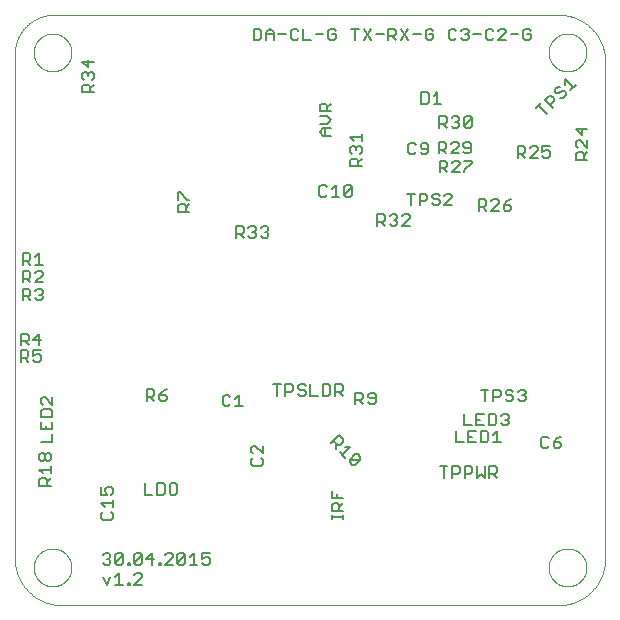
<source format=gto>
G75*
%MOIN*%
%OFA0B0*%
%FSLAX25Y25*%
%IPPOS*%
%LPD*%
%AMOC8*
5,1,8,0,0,1.08239X$1,22.5*
%
%ADD10C,0.00000*%
%ADD11C,0.00700*%
D10*
X0007977Y0017548D02*
X0007977Y0185550D01*
X0014277Y0186052D02*
X0014279Y0186210D01*
X0014285Y0186368D01*
X0014295Y0186526D01*
X0014309Y0186684D01*
X0014327Y0186841D01*
X0014348Y0186998D01*
X0014374Y0187154D01*
X0014404Y0187310D01*
X0014437Y0187465D01*
X0014475Y0187618D01*
X0014516Y0187771D01*
X0014561Y0187923D01*
X0014610Y0188074D01*
X0014663Y0188223D01*
X0014719Y0188371D01*
X0014779Y0188517D01*
X0014843Y0188662D01*
X0014911Y0188805D01*
X0014982Y0188947D01*
X0015056Y0189087D01*
X0015134Y0189224D01*
X0015216Y0189360D01*
X0015300Y0189494D01*
X0015389Y0189625D01*
X0015480Y0189754D01*
X0015575Y0189881D01*
X0015672Y0190006D01*
X0015773Y0190128D01*
X0015877Y0190247D01*
X0015984Y0190364D01*
X0016094Y0190478D01*
X0016207Y0190589D01*
X0016322Y0190698D01*
X0016440Y0190803D01*
X0016561Y0190905D01*
X0016684Y0191005D01*
X0016810Y0191101D01*
X0016938Y0191194D01*
X0017068Y0191284D01*
X0017201Y0191370D01*
X0017336Y0191454D01*
X0017472Y0191533D01*
X0017611Y0191610D01*
X0017752Y0191682D01*
X0017894Y0191752D01*
X0018038Y0191817D01*
X0018184Y0191879D01*
X0018331Y0191937D01*
X0018480Y0191992D01*
X0018630Y0192043D01*
X0018781Y0192090D01*
X0018933Y0192133D01*
X0019086Y0192172D01*
X0019241Y0192208D01*
X0019396Y0192239D01*
X0019552Y0192267D01*
X0019708Y0192291D01*
X0019865Y0192311D01*
X0020023Y0192327D01*
X0020180Y0192339D01*
X0020339Y0192347D01*
X0020497Y0192351D01*
X0020655Y0192351D01*
X0020813Y0192347D01*
X0020972Y0192339D01*
X0021129Y0192327D01*
X0021287Y0192311D01*
X0021444Y0192291D01*
X0021600Y0192267D01*
X0021756Y0192239D01*
X0021911Y0192208D01*
X0022066Y0192172D01*
X0022219Y0192133D01*
X0022371Y0192090D01*
X0022522Y0192043D01*
X0022672Y0191992D01*
X0022821Y0191937D01*
X0022968Y0191879D01*
X0023114Y0191817D01*
X0023258Y0191752D01*
X0023400Y0191682D01*
X0023541Y0191610D01*
X0023680Y0191533D01*
X0023816Y0191454D01*
X0023951Y0191370D01*
X0024084Y0191284D01*
X0024214Y0191194D01*
X0024342Y0191101D01*
X0024468Y0191005D01*
X0024591Y0190905D01*
X0024712Y0190803D01*
X0024830Y0190698D01*
X0024945Y0190589D01*
X0025058Y0190478D01*
X0025168Y0190364D01*
X0025275Y0190247D01*
X0025379Y0190128D01*
X0025480Y0190006D01*
X0025577Y0189881D01*
X0025672Y0189754D01*
X0025763Y0189625D01*
X0025852Y0189494D01*
X0025936Y0189360D01*
X0026018Y0189224D01*
X0026096Y0189087D01*
X0026170Y0188947D01*
X0026241Y0188805D01*
X0026309Y0188662D01*
X0026373Y0188517D01*
X0026433Y0188371D01*
X0026489Y0188223D01*
X0026542Y0188074D01*
X0026591Y0187923D01*
X0026636Y0187771D01*
X0026677Y0187618D01*
X0026715Y0187465D01*
X0026748Y0187310D01*
X0026778Y0187154D01*
X0026804Y0186998D01*
X0026825Y0186841D01*
X0026843Y0186684D01*
X0026857Y0186526D01*
X0026867Y0186368D01*
X0026873Y0186210D01*
X0026875Y0186052D01*
X0026873Y0185894D01*
X0026867Y0185736D01*
X0026857Y0185578D01*
X0026843Y0185420D01*
X0026825Y0185263D01*
X0026804Y0185106D01*
X0026778Y0184950D01*
X0026748Y0184794D01*
X0026715Y0184639D01*
X0026677Y0184486D01*
X0026636Y0184333D01*
X0026591Y0184181D01*
X0026542Y0184030D01*
X0026489Y0183881D01*
X0026433Y0183733D01*
X0026373Y0183587D01*
X0026309Y0183442D01*
X0026241Y0183299D01*
X0026170Y0183157D01*
X0026096Y0183017D01*
X0026018Y0182880D01*
X0025936Y0182744D01*
X0025852Y0182610D01*
X0025763Y0182479D01*
X0025672Y0182350D01*
X0025577Y0182223D01*
X0025480Y0182098D01*
X0025379Y0181976D01*
X0025275Y0181857D01*
X0025168Y0181740D01*
X0025058Y0181626D01*
X0024945Y0181515D01*
X0024830Y0181406D01*
X0024712Y0181301D01*
X0024591Y0181199D01*
X0024468Y0181099D01*
X0024342Y0181003D01*
X0024214Y0180910D01*
X0024084Y0180820D01*
X0023951Y0180734D01*
X0023816Y0180650D01*
X0023680Y0180571D01*
X0023541Y0180494D01*
X0023400Y0180422D01*
X0023258Y0180352D01*
X0023114Y0180287D01*
X0022968Y0180225D01*
X0022821Y0180167D01*
X0022672Y0180112D01*
X0022522Y0180061D01*
X0022371Y0180014D01*
X0022219Y0179971D01*
X0022066Y0179932D01*
X0021911Y0179896D01*
X0021756Y0179865D01*
X0021600Y0179837D01*
X0021444Y0179813D01*
X0021287Y0179793D01*
X0021129Y0179777D01*
X0020972Y0179765D01*
X0020813Y0179757D01*
X0020655Y0179753D01*
X0020497Y0179753D01*
X0020339Y0179757D01*
X0020180Y0179765D01*
X0020023Y0179777D01*
X0019865Y0179793D01*
X0019708Y0179813D01*
X0019552Y0179837D01*
X0019396Y0179865D01*
X0019241Y0179896D01*
X0019086Y0179932D01*
X0018933Y0179971D01*
X0018781Y0180014D01*
X0018630Y0180061D01*
X0018480Y0180112D01*
X0018331Y0180167D01*
X0018184Y0180225D01*
X0018038Y0180287D01*
X0017894Y0180352D01*
X0017752Y0180422D01*
X0017611Y0180494D01*
X0017472Y0180571D01*
X0017336Y0180650D01*
X0017201Y0180734D01*
X0017068Y0180820D01*
X0016938Y0180910D01*
X0016810Y0181003D01*
X0016684Y0181099D01*
X0016561Y0181199D01*
X0016440Y0181301D01*
X0016322Y0181406D01*
X0016207Y0181515D01*
X0016094Y0181626D01*
X0015984Y0181740D01*
X0015877Y0181857D01*
X0015773Y0181976D01*
X0015672Y0182098D01*
X0015575Y0182223D01*
X0015480Y0182350D01*
X0015389Y0182479D01*
X0015300Y0182610D01*
X0015216Y0182744D01*
X0015134Y0182880D01*
X0015056Y0183017D01*
X0014982Y0183157D01*
X0014911Y0183299D01*
X0014843Y0183442D01*
X0014779Y0183587D01*
X0014719Y0183733D01*
X0014663Y0183881D01*
X0014610Y0184030D01*
X0014561Y0184181D01*
X0014516Y0184333D01*
X0014475Y0184486D01*
X0014437Y0184639D01*
X0014404Y0184794D01*
X0014374Y0184950D01*
X0014348Y0185106D01*
X0014327Y0185263D01*
X0014309Y0185420D01*
X0014295Y0185578D01*
X0014285Y0185736D01*
X0014279Y0185894D01*
X0014277Y0186052D01*
X0007978Y0185550D02*
X0007982Y0185867D01*
X0007993Y0186183D01*
X0008012Y0186499D01*
X0008039Y0186814D01*
X0008074Y0187129D01*
X0008115Y0187443D01*
X0008165Y0187755D01*
X0008222Y0188067D01*
X0008287Y0188377D01*
X0008359Y0188685D01*
X0008438Y0188991D01*
X0008525Y0189296D01*
X0008619Y0189598D01*
X0008721Y0189898D01*
X0008829Y0190195D01*
X0008945Y0190490D01*
X0009068Y0190782D01*
X0009198Y0191070D01*
X0009335Y0191356D01*
X0009479Y0191638D01*
X0009629Y0191916D01*
X0009786Y0192191D01*
X0009950Y0192462D01*
X0010120Y0192729D01*
X0010297Y0192992D01*
X0010480Y0193250D01*
X0010669Y0193504D01*
X0010864Y0193753D01*
X0011065Y0193997D01*
X0011273Y0194237D01*
X0011485Y0194471D01*
X0011704Y0194700D01*
X0011928Y0194924D01*
X0012157Y0195143D01*
X0012391Y0195355D01*
X0012631Y0195563D01*
X0012875Y0195764D01*
X0013124Y0195959D01*
X0013378Y0196148D01*
X0013636Y0196331D01*
X0013899Y0196508D01*
X0014166Y0196678D01*
X0014437Y0196842D01*
X0014712Y0196999D01*
X0014990Y0197149D01*
X0015272Y0197293D01*
X0015558Y0197430D01*
X0015846Y0197560D01*
X0016138Y0197683D01*
X0016433Y0197799D01*
X0016730Y0197907D01*
X0017030Y0198009D01*
X0017332Y0198103D01*
X0017637Y0198190D01*
X0017943Y0198269D01*
X0018251Y0198341D01*
X0018561Y0198406D01*
X0018873Y0198463D01*
X0019185Y0198513D01*
X0019499Y0198554D01*
X0019814Y0198589D01*
X0020129Y0198616D01*
X0020445Y0198635D01*
X0020761Y0198646D01*
X0021078Y0198650D01*
X0189080Y0198650D01*
X0185930Y0186052D02*
X0185932Y0186210D01*
X0185938Y0186368D01*
X0185948Y0186526D01*
X0185962Y0186684D01*
X0185980Y0186841D01*
X0186001Y0186998D01*
X0186027Y0187154D01*
X0186057Y0187310D01*
X0186090Y0187465D01*
X0186128Y0187618D01*
X0186169Y0187771D01*
X0186214Y0187923D01*
X0186263Y0188074D01*
X0186316Y0188223D01*
X0186372Y0188371D01*
X0186432Y0188517D01*
X0186496Y0188662D01*
X0186564Y0188805D01*
X0186635Y0188947D01*
X0186709Y0189087D01*
X0186787Y0189224D01*
X0186869Y0189360D01*
X0186953Y0189494D01*
X0187042Y0189625D01*
X0187133Y0189754D01*
X0187228Y0189881D01*
X0187325Y0190006D01*
X0187426Y0190128D01*
X0187530Y0190247D01*
X0187637Y0190364D01*
X0187747Y0190478D01*
X0187860Y0190589D01*
X0187975Y0190698D01*
X0188093Y0190803D01*
X0188214Y0190905D01*
X0188337Y0191005D01*
X0188463Y0191101D01*
X0188591Y0191194D01*
X0188721Y0191284D01*
X0188854Y0191370D01*
X0188989Y0191454D01*
X0189125Y0191533D01*
X0189264Y0191610D01*
X0189405Y0191682D01*
X0189547Y0191752D01*
X0189691Y0191817D01*
X0189837Y0191879D01*
X0189984Y0191937D01*
X0190133Y0191992D01*
X0190283Y0192043D01*
X0190434Y0192090D01*
X0190586Y0192133D01*
X0190739Y0192172D01*
X0190894Y0192208D01*
X0191049Y0192239D01*
X0191205Y0192267D01*
X0191361Y0192291D01*
X0191518Y0192311D01*
X0191676Y0192327D01*
X0191833Y0192339D01*
X0191992Y0192347D01*
X0192150Y0192351D01*
X0192308Y0192351D01*
X0192466Y0192347D01*
X0192625Y0192339D01*
X0192782Y0192327D01*
X0192940Y0192311D01*
X0193097Y0192291D01*
X0193253Y0192267D01*
X0193409Y0192239D01*
X0193564Y0192208D01*
X0193719Y0192172D01*
X0193872Y0192133D01*
X0194024Y0192090D01*
X0194175Y0192043D01*
X0194325Y0191992D01*
X0194474Y0191937D01*
X0194621Y0191879D01*
X0194767Y0191817D01*
X0194911Y0191752D01*
X0195053Y0191682D01*
X0195194Y0191610D01*
X0195333Y0191533D01*
X0195469Y0191454D01*
X0195604Y0191370D01*
X0195737Y0191284D01*
X0195867Y0191194D01*
X0195995Y0191101D01*
X0196121Y0191005D01*
X0196244Y0190905D01*
X0196365Y0190803D01*
X0196483Y0190698D01*
X0196598Y0190589D01*
X0196711Y0190478D01*
X0196821Y0190364D01*
X0196928Y0190247D01*
X0197032Y0190128D01*
X0197133Y0190006D01*
X0197230Y0189881D01*
X0197325Y0189754D01*
X0197416Y0189625D01*
X0197505Y0189494D01*
X0197589Y0189360D01*
X0197671Y0189224D01*
X0197749Y0189087D01*
X0197823Y0188947D01*
X0197894Y0188805D01*
X0197962Y0188662D01*
X0198026Y0188517D01*
X0198086Y0188371D01*
X0198142Y0188223D01*
X0198195Y0188074D01*
X0198244Y0187923D01*
X0198289Y0187771D01*
X0198330Y0187618D01*
X0198368Y0187465D01*
X0198401Y0187310D01*
X0198431Y0187154D01*
X0198457Y0186998D01*
X0198478Y0186841D01*
X0198496Y0186684D01*
X0198510Y0186526D01*
X0198520Y0186368D01*
X0198526Y0186210D01*
X0198528Y0186052D01*
X0198526Y0185894D01*
X0198520Y0185736D01*
X0198510Y0185578D01*
X0198496Y0185420D01*
X0198478Y0185263D01*
X0198457Y0185106D01*
X0198431Y0184950D01*
X0198401Y0184794D01*
X0198368Y0184639D01*
X0198330Y0184486D01*
X0198289Y0184333D01*
X0198244Y0184181D01*
X0198195Y0184030D01*
X0198142Y0183881D01*
X0198086Y0183733D01*
X0198026Y0183587D01*
X0197962Y0183442D01*
X0197894Y0183299D01*
X0197823Y0183157D01*
X0197749Y0183017D01*
X0197671Y0182880D01*
X0197589Y0182744D01*
X0197505Y0182610D01*
X0197416Y0182479D01*
X0197325Y0182350D01*
X0197230Y0182223D01*
X0197133Y0182098D01*
X0197032Y0181976D01*
X0196928Y0181857D01*
X0196821Y0181740D01*
X0196711Y0181626D01*
X0196598Y0181515D01*
X0196483Y0181406D01*
X0196365Y0181301D01*
X0196244Y0181199D01*
X0196121Y0181099D01*
X0195995Y0181003D01*
X0195867Y0180910D01*
X0195737Y0180820D01*
X0195604Y0180734D01*
X0195469Y0180650D01*
X0195333Y0180571D01*
X0195194Y0180494D01*
X0195053Y0180422D01*
X0194911Y0180352D01*
X0194767Y0180287D01*
X0194621Y0180225D01*
X0194474Y0180167D01*
X0194325Y0180112D01*
X0194175Y0180061D01*
X0194024Y0180014D01*
X0193872Y0179971D01*
X0193719Y0179932D01*
X0193564Y0179896D01*
X0193409Y0179865D01*
X0193253Y0179837D01*
X0193097Y0179813D01*
X0192940Y0179793D01*
X0192782Y0179777D01*
X0192625Y0179765D01*
X0192466Y0179757D01*
X0192308Y0179753D01*
X0192150Y0179753D01*
X0191992Y0179757D01*
X0191833Y0179765D01*
X0191676Y0179777D01*
X0191518Y0179793D01*
X0191361Y0179813D01*
X0191205Y0179837D01*
X0191049Y0179865D01*
X0190894Y0179896D01*
X0190739Y0179932D01*
X0190586Y0179971D01*
X0190434Y0180014D01*
X0190283Y0180061D01*
X0190133Y0180112D01*
X0189984Y0180167D01*
X0189837Y0180225D01*
X0189691Y0180287D01*
X0189547Y0180352D01*
X0189405Y0180422D01*
X0189264Y0180494D01*
X0189125Y0180571D01*
X0188989Y0180650D01*
X0188854Y0180734D01*
X0188721Y0180820D01*
X0188591Y0180910D01*
X0188463Y0181003D01*
X0188337Y0181099D01*
X0188214Y0181199D01*
X0188093Y0181301D01*
X0187975Y0181406D01*
X0187860Y0181515D01*
X0187747Y0181626D01*
X0187637Y0181740D01*
X0187530Y0181857D01*
X0187426Y0181976D01*
X0187325Y0182098D01*
X0187228Y0182223D01*
X0187133Y0182350D01*
X0187042Y0182479D01*
X0186953Y0182610D01*
X0186869Y0182744D01*
X0186787Y0182880D01*
X0186709Y0183017D01*
X0186635Y0183157D01*
X0186564Y0183299D01*
X0186496Y0183442D01*
X0186432Y0183587D01*
X0186372Y0183733D01*
X0186316Y0183881D01*
X0186263Y0184030D01*
X0186214Y0184181D01*
X0186169Y0184333D01*
X0186128Y0184486D01*
X0186090Y0184639D01*
X0186057Y0184794D01*
X0186027Y0184950D01*
X0186001Y0185106D01*
X0185980Y0185263D01*
X0185962Y0185420D01*
X0185948Y0185578D01*
X0185938Y0185736D01*
X0185932Y0185894D01*
X0185930Y0186052D01*
X0189080Y0198650D02*
X0189461Y0198645D01*
X0189841Y0198632D01*
X0190221Y0198609D01*
X0190600Y0198576D01*
X0190978Y0198535D01*
X0191355Y0198485D01*
X0191731Y0198425D01*
X0192106Y0198357D01*
X0192478Y0198279D01*
X0192849Y0198192D01*
X0193217Y0198097D01*
X0193583Y0197992D01*
X0193946Y0197879D01*
X0194307Y0197757D01*
X0194664Y0197627D01*
X0195018Y0197487D01*
X0195369Y0197340D01*
X0195716Y0197183D01*
X0196059Y0197019D01*
X0196398Y0196846D01*
X0196733Y0196665D01*
X0197064Y0196476D01*
X0197389Y0196279D01*
X0197710Y0196075D01*
X0198026Y0195862D01*
X0198336Y0195642D01*
X0198642Y0195415D01*
X0198941Y0195180D01*
X0199235Y0194938D01*
X0199523Y0194690D01*
X0199805Y0194434D01*
X0200080Y0194171D01*
X0200349Y0193902D01*
X0200612Y0193627D01*
X0200868Y0193345D01*
X0201116Y0193057D01*
X0201358Y0192763D01*
X0201593Y0192464D01*
X0201820Y0192158D01*
X0202040Y0191848D01*
X0202253Y0191532D01*
X0202457Y0191211D01*
X0202654Y0190886D01*
X0202843Y0190555D01*
X0203024Y0190220D01*
X0203197Y0189881D01*
X0203361Y0189538D01*
X0203518Y0189191D01*
X0203665Y0188840D01*
X0203805Y0188486D01*
X0203935Y0188129D01*
X0204057Y0187768D01*
X0204170Y0187405D01*
X0204275Y0187039D01*
X0204370Y0186671D01*
X0204457Y0186300D01*
X0204535Y0185928D01*
X0204603Y0185553D01*
X0204663Y0185177D01*
X0204713Y0184800D01*
X0204754Y0184422D01*
X0204787Y0184043D01*
X0204810Y0183663D01*
X0204823Y0183283D01*
X0204828Y0182902D01*
X0204828Y0017548D01*
X0185930Y0014398D02*
X0185932Y0014556D01*
X0185938Y0014714D01*
X0185948Y0014872D01*
X0185962Y0015030D01*
X0185980Y0015187D01*
X0186001Y0015344D01*
X0186027Y0015500D01*
X0186057Y0015656D01*
X0186090Y0015811D01*
X0186128Y0015964D01*
X0186169Y0016117D01*
X0186214Y0016269D01*
X0186263Y0016420D01*
X0186316Y0016569D01*
X0186372Y0016717D01*
X0186432Y0016863D01*
X0186496Y0017008D01*
X0186564Y0017151D01*
X0186635Y0017293D01*
X0186709Y0017433D01*
X0186787Y0017570D01*
X0186869Y0017706D01*
X0186953Y0017840D01*
X0187042Y0017971D01*
X0187133Y0018100D01*
X0187228Y0018227D01*
X0187325Y0018352D01*
X0187426Y0018474D01*
X0187530Y0018593D01*
X0187637Y0018710D01*
X0187747Y0018824D01*
X0187860Y0018935D01*
X0187975Y0019044D01*
X0188093Y0019149D01*
X0188214Y0019251D01*
X0188337Y0019351D01*
X0188463Y0019447D01*
X0188591Y0019540D01*
X0188721Y0019630D01*
X0188854Y0019716D01*
X0188989Y0019800D01*
X0189125Y0019879D01*
X0189264Y0019956D01*
X0189405Y0020028D01*
X0189547Y0020098D01*
X0189691Y0020163D01*
X0189837Y0020225D01*
X0189984Y0020283D01*
X0190133Y0020338D01*
X0190283Y0020389D01*
X0190434Y0020436D01*
X0190586Y0020479D01*
X0190739Y0020518D01*
X0190894Y0020554D01*
X0191049Y0020585D01*
X0191205Y0020613D01*
X0191361Y0020637D01*
X0191518Y0020657D01*
X0191676Y0020673D01*
X0191833Y0020685D01*
X0191992Y0020693D01*
X0192150Y0020697D01*
X0192308Y0020697D01*
X0192466Y0020693D01*
X0192625Y0020685D01*
X0192782Y0020673D01*
X0192940Y0020657D01*
X0193097Y0020637D01*
X0193253Y0020613D01*
X0193409Y0020585D01*
X0193564Y0020554D01*
X0193719Y0020518D01*
X0193872Y0020479D01*
X0194024Y0020436D01*
X0194175Y0020389D01*
X0194325Y0020338D01*
X0194474Y0020283D01*
X0194621Y0020225D01*
X0194767Y0020163D01*
X0194911Y0020098D01*
X0195053Y0020028D01*
X0195194Y0019956D01*
X0195333Y0019879D01*
X0195469Y0019800D01*
X0195604Y0019716D01*
X0195737Y0019630D01*
X0195867Y0019540D01*
X0195995Y0019447D01*
X0196121Y0019351D01*
X0196244Y0019251D01*
X0196365Y0019149D01*
X0196483Y0019044D01*
X0196598Y0018935D01*
X0196711Y0018824D01*
X0196821Y0018710D01*
X0196928Y0018593D01*
X0197032Y0018474D01*
X0197133Y0018352D01*
X0197230Y0018227D01*
X0197325Y0018100D01*
X0197416Y0017971D01*
X0197505Y0017840D01*
X0197589Y0017706D01*
X0197671Y0017570D01*
X0197749Y0017433D01*
X0197823Y0017293D01*
X0197894Y0017151D01*
X0197962Y0017008D01*
X0198026Y0016863D01*
X0198086Y0016717D01*
X0198142Y0016569D01*
X0198195Y0016420D01*
X0198244Y0016269D01*
X0198289Y0016117D01*
X0198330Y0015964D01*
X0198368Y0015811D01*
X0198401Y0015656D01*
X0198431Y0015500D01*
X0198457Y0015344D01*
X0198478Y0015187D01*
X0198496Y0015030D01*
X0198510Y0014872D01*
X0198520Y0014714D01*
X0198526Y0014556D01*
X0198528Y0014398D01*
X0198526Y0014240D01*
X0198520Y0014082D01*
X0198510Y0013924D01*
X0198496Y0013766D01*
X0198478Y0013609D01*
X0198457Y0013452D01*
X0198431Y0013296D01*
X0198401Y0013140D01*
X0198368Y0012985D01*
X0198330Y0012832D01*
X0198289Y0012679D01*
X0198244Y0012527D01*
X0198195Y0012376D01*
X0198142Y0012227D01*
X0198086Y0012079D01*
X0198026Y0011933D01*
X0197962Y0011788D01*
X0197894Y0011645D01*
X0197823Y0011503D01*
X0197749Y0011363D01*
X0197671Y0011226D01*
X0197589Y0011090D01*
X0197505Y0010956D01*
X0197416Y0010825D01*
X0197325Y0010696D01*
X0197230Y0010569D01*
X0197133Y0010444D01*
X0197032Y0010322D01*
X0196928Y0010203D01*
X0196821Y0010086D01*
X0196711Y0009972D01*
X0196598Y0009861D01*
X0196483Y0009752D01*
X0196365Y0009647D01*
X0196244Y0009545D01*
X0196121Y0009445D01*
X0195995Y0009349D01*
X0195867Y0009256D01*
X0195737Y0009166D01*
X0195604Y0009080D01*
X0195469Y0008996D01*
X0195333Y0008917D01*
X0195194Y0008840D01*
X0195053Y0008768D01*
X0194911Y0008698D01*
X0194767Y0008633D01*
X0194621Y0008571D01*
X0194474Y0008513D01*
X0194325Y0008458D01*
X0194175Y0008407D01*
X0194024Y0008360D01*
X0193872Y0008317D01*
X0193719Y0008278D01*
X0193564Y0008242D01*
X0193409Y0008211D01*
X0193253Y0008183D01*
X0193097Y0008159D01*
X0192940Y0008139D01*
X0192782Y0008123D01*
X0192625Y0008111D01*
X0192466Y0008103D01*
X0192308Y0008099D01*
X0192150Y0008099D01*
X0191992Y0008103D01*
X0191833Y0008111D01*
X0191676Y0008123D01*
X0191518Y0008139D01*
X0191361Y0008159D01*
X0191205Y0008183D01*
X0191049Y0008211D01*
X0190894Y0008242D01*
X0190739Y0008278D01*
X0190586Y0008317D01*
X0190434Y0008360D01*
X0190283Y0008407D01*
X0190133Y0008458D01*
X0189984Y0008513D01*
X0189837Y0008571D01*
X0189691Y0008633D01*
X0189547Y0008698D01*
X0189405Y0008768D01*
X0189264Y0008840D01*
X0189125Y0008917D01*
X0188989Y0008996D01*
X0188854Y0009080D01*
X0188721Y0009166D01*
X0188591Y0009256D01*
X0188463Y0009349D01*
X0188337Y0009445D01*
X0188214Y0009545D01*
X0188093Y0009647D01*
X0187975Y0009752D01*
X0187860Y0009861D01*
X0187747Y0009972D01*
X0187637Y0010086D01*
X0187530Y0010203D01*
X0187426Y0010322D01*
X0187325Y0010444D01*
X0187228Y0010569D01*
X0187133Y0010696D01*
X0187042Y0010825D01*
X0186953Y0010956D01*
X0186869Y0011090D01*
X0186787Y0011226D01*
X0186709Y0011363D01*
X0186635Y0011503D01*
X0186564Y0011645D01*
X0186496Y0011788D01*
X0186432Y0011933D01*
X0186372Y0012079D01*
X0186316Y0012227D01*
X0186263Y0012376D01*
X0186214Y0012527D01*
X0186169Y0012679D01*
X0186128Y0012832D01*
X0186090Y0012985D01*
X0186057Y0013140D01*
X0186027Y0013296D01*
X0186001Y0013452D01*
X0185980Y0013609D01*
X0185962Y0013766D01*
X0185948Y0013924D01*
X0185938Y0014082D01*
X0185932Y0014240D01*
X0185930Y0014398D01*
X0189080Y0001800D02*
X0189461Y0001805D01*
X0189841Y0001818D01*
X0190221Y0001841D01*
X0190600Y0001874D01*
X0190978Y0001915D01*
X0191355Y0001965D01*
X0191731Y0002025D01*
X0192106Y0002093D01*
X0192478Y0002171D01*
X0192849Y0002258D01*
X0193217Y0002353D01*
X0193583Y0002458D01*
X0193946Y0002571D01*
X0194307Y0002693D01*
X0194664Y0002823D01*
X0195018Y0002963D01*
X0195369Y0003110D01*
X0195716Y0003267D01*
X0196059Y0003431D01*
X0196398Y0003604D01*
X0196733Y0003785D01*
X0197064Y0003974D01*
X0197389Y0004171D01*
X0197710Y0004375D01*
X0198026Y0004588D01*
X0198336Y0004808D01*
X0198642Y0005035D01*
X0198941Y0005270D01*
X0199235Y0005512D01*
X0199523Y0005760D01*
X0199805Y0006016D01*
X0200080Y0006279D01*
X0200349Y0006548D01*
X0200612Y0006823D01*
X0200868Y0007105D01*
X0201116Y0007393D01*
X0201358Y0007687D01*
X0201593Y0007986D01*
X0201820Y0008292D01*
X0202040Y0008602D01*
X0202253Y0008918D01*
X0202457Y0009239D01*
X0202654Y0009564D01*
X0202843Y0009895D01*
X0203024Y0010230D01*
X0203197Y0010569D01*
X0203361Y0010912D01*
X0203518Y0011259D01*
X0203665Y0011610D01*
X0203805Y0011964D01*
X0203935Y0012321D01*
X0204057Y0012682D01*
X0204170Y0013045D01*
X0204275Y0013411D01*
X0204370Y0013779D01*
X0204457Y0014150D01*
X0204535Y0014522D01*
X0204603Y0014897D01*
X0204663Y0015273D01*
X0204713Y0015650D01*
X0204754Y0016028D01*
X0204787Y0016407D01*
X0204810Y0016787D01*
X0204823Y0017167D01*
X0204828Y0017548D01*
X0189080Y0001800D02*
X0023725Y0001800D01*
X0014277Y0014398D02*
X0014279Y0014556D01*
X0014285Y0014714D01*
X0014295Y0014872D01*
X0014309Y0015030D01*
X0014327Y0015187D01*
X0014348Y0015344D01*
X0014374Y0015500D01*
X0014404Y0015656D01*
X0014437Y0015811D01*
X0014475Y0015964D01*
X0014516Y0016117D01*
X0014561Y0016269D01*
X0014610Y0016420D01*
X0014663Y0016569D01*
X0014719Y0016717D01*
X0014779Y0016863D01*
X0014843Y0017008D01*
X0014911Y0017151D01*
X0014982Y0017293D01*
X0015056Y0017433D01*
X0015134Y0017570D01*
X0015216Y0017706D01*
X0015300Y0017840D01*
X0015389Y0017971D01*
X0015480Y0018100D01*
X0015575Y0018227D01*
X0015672Y0018352D01*
X0015773Y0018474D01*
X0015877Y0018593D01*
X0015984Y0018710D01*
X0016094Y0018824D01*
X0016207Y0018935D01*
X0016322Y0019044D01*
X0016440Y0019149D01*
X0016561Y0019251D01*
X0016684Y0019351D01*
X0016810Y0019447D01*
X0016938Y0019540D01*
X0017068Y0019630D01*
X0017201Y0019716D01*
X0017336Y0019800D01*
X0017472Y0019879D01*
X0017611Y0019956D01*
X0017752Y0020028D01*
X0017894Y0020098D01*
X0018038Y0020163D01*
X0018184Y0020225D01*
X0018331Y0020283D01*
X0018480Y0020338D01*
X0018630Y0020389D01*
X0018781Y0020436D01*
X0018933Y0020479D01*
X0019086Y0020518D01*
X0019241Y0020554D01*
X0019396Y0020585D01*
X0019552Y0020613D01*
X0019708Y0020637D01*
X0019865Y0020657D01*
X0020023Y0020673D01*
X0020180Y0020685D01*
X0020339Y0020693D01*
X0020497Y0020697D01*
X0020655Y0020697D01*
X0020813Y0020693D01*
X0020972Y0020685D01*
X0021129Y0020673D01*
X0021287Y0020657D01*
X0021444Y0020637D01*
X0021600Y0020613D01*
X0021756Y0020585D01*
X0021911Y0020554D01*
X0022066Y0020518D01*
X0022219Y0020479D01*
X0022371Y0020436D01*
X0022522Y0020389D01*
X0022672Y0020338D01*
X0022821Y0020283D01*
X0022968Y0020225D01*
X0023114Y0020163D01*
X0023258Y0020098D01*
X0023400Y0020028D01*
X0023541Y0019956D01*
X0023680Y0019879D01*
X0023816Y0019800D01*
X0023951Y0019716D01*
X0024084Y0019630D01*
X0024214Y0019540D01*
X0024342Y0019447D01*
X0024468Y0019351D01*
X0024591Y0019251D01*
X0024712Y0019149D01*
X0024830Y0019044D01*
X0024945Y0018935D01*
X0025058Y0018824D01*
X0025168Y0018710D01*
X0025275Y0018593D01*
X0025379Y0018474D01*
X0025480Y0018352D01*
X0025577Y0018227D01*
X0025672Y0018100D01*
X0025763Y0017971D01*
X0025852Y0017840D01*
X0025936Y0017706D01*
X0026018Y0017570D01*
X0026096Y0017433D01*
X0026170Y0017293D01*
X0026241Y0017151D01*
X0026309Y0017008D01*
X0026373Y0016863D01*
X0026433Y0016717D01*
X0026489Y0016569D01*
X0026542Y0016420D01*
X0026591Y0016269D01*
X0026636Y0016117D01*
X0026677Y0015964D01*
X0026715Y0015811D01*
X0026748Y0015656D01*
X0026778Y0015500D01*
X0026804Y0015344D01*
X0026825Y0015187D01*
X0026843Y0015030D01*
X0026857Y0014872D01*
X0026867Y0014714D01*
X0026873Y0014556D01*
X0026875Y0014398D01*
X0026873Y0014240D01*
X0026867Y0014082D01*
X0026857Y0013924D01*
X0026843Y0013766D01*
X0026825Y0013609D01*
X0026804Y0013452D01*
X0026778Y0013296D01*
X0026748Y0013140D01*
X0026715Y0012985D01*
X0026677Y0012832D01*
X0026636Y0012679D01*
X0026591Y0012527D01*
X0026542Y0012376D01*
X0026489Y0012227D01*
X0026433Y0012079D01*
X0026373Y0011933D01*
X0026309Y0011788D01*
X0026241Y0011645D01*
X0026170Y0011503D01*
X0026096Y0011363D01*
X0026018Y0011226D01*
X0025936Y0011090D01*
X0025852Y0010956D01*
X0025763Y0010825D01*
X0025672Y0010696D01*
X0025577Y0010569D01*
X0025480Y0010444D01*
X0025379Y0010322D01*
X0025275Y0010203D01*
X0025168Y0010086D01*
X0025058Y0009972D01*
X0024945Y0009861D01*
X0024830Y0009752D01*
X0024712Y0009647D01*
X0024591Y0009545D01*
X0024468Y0009445D01*
X0024342Y0009349D01*
X0024214Y0009256D01*
X0024084Y0009166D01*
X0023951Y0009080D01*
X0023816Y0008996D01*
X0023680Y0008917D01*
X0023541Y0008840D01*
X0023400Y0008768D01*
X0023258Y0008698D01*
X0023114Y0008633D01*
X0022968Y0008571D01*
X0022821Y0008513D01*
X0022672Y0008458D01*
X0022522Y0008407D01*
X0022371Y0008360D01*
X0022219Y0008317D01*
X0022066Y0008278D01*
X0021911Y0008242D01*
X0021756Y0008211D01*
X0021600Y0008183D01*
X0021444Y0008159D01*
X0021287Y0008139D01*
X0021129Y0008123D01*
X0020972Y0008111D01*
X0020813Y0008103D01*
X0020655Y0008099D01*
X0020497Y0008099D01*
X0020339Y0008103D01*
X0020180Y0008111D01*
X0020023Y0008123D01*
X0019865Y0008139D01*
X0019708Y0008159D01*
X0019552Y0008183D01*
X0019396Y0008211D01*
X0019241Y0008242D01*
X0019086Y0008278D01*
X0018933Y0008317D01*
X0018781Y0008360D01*
X0018630Y0008407D01*
X0018480Y0008458D01*
X0018331Y0008513D01*
X0018184Y0008571D01*
X0018038Y0008633D01*
X0017894Y0008698D01*
X0017752Y0008768D01*
X0017611Y0008840D01*
X0017472Y0008917D01*
X0017336Y0008996D01*
X0017201Y0009080D01*
X0017068Y0009166D01*
X0016938Y0009256D01*
X0016810Y0009349D01*
X0016684Y0009445D01*
X0016561Y0009545D01*
X0016440Y0009647D01*
X0016322Y0009752D01*
X0016207Y0009861D01*
X0016094Y0009972D01*
X0015984Y0010086D01*
X0015877Y0010203D01*
X0015773Y0010322D01*
X0015672Y0010444D01*
X0015575Y0010569D01*
X0015480Y0010696D01*
X0015389Y0010825D01*
X0015300Y0010956D01*
X0015216Y0011090D01*
X0015134Y0011226D01*
X0015056Y0011363D01*
X0014982Y0011503D01*
X0014911Y0011645D01*
X0014843Y0011788D01*
X0014779Y0011933D01*
X0014719Y0012079D01*
X0014663Y0012227D01*
X0014610Y0012376D01*
X0014561Y0012527D01*
X0014516Y0012679D01*
X0014475Y0012832D01*
X0014437Y0012985D01*
X0014404Y0013140D01*
X0014374Y0013296D01*
X0014348Y0013452D01*
X0014327Y0013609D01*
X0014309Y0013766D01*
X0014295Y0013924D01*
X0014285Y0014082D01*
X0014279Y0014240D01*
X0014277Y0014398D01*
X0007977Y0017548D02*
X0007982Y0017167D01*
X0007995Y0016787D01*
X0008018Y0016407D01*
X0008051Y0016028D01*
X0008092Y0015650D01*
X0008142Y0015273D01*
X0008202Y0014897D01*
X0008270Y0014522D01*
X0008348Y0014150D01*
X0008435Y0013779D01*
X0008530Y0013411D01*
X0008635Y0013045D01*
X0008748Y0012682D01*
X0008870Y0012321D01*
X0009000Y0011964D01*
X0009140Y0011610D01*
X0009287Y0011259D01*
X0009444Y0010912D01*
X0009608Y0010569D01*
X0009781Y0010230D01*
X0009962Y0009895D01*
X0010151Y0009564D01*
X0010348Y0009239D01*
X0010552Y0008918D01*
X0010765Y0008602D01*
X0010985Y0008292D01*
X0011212Y0007986D01*
X0011447Y0007687D01*
X0011689Y0007393D01*
X0011937Y0007105D01*
X0012193Y0006823D01*
X0012456Y0006548D01*
X0012725Y0006279D01*
X0013000Y0006016D01*
X0013282Y0005760D01*
X0013570Y0005512D01*
X0013864Y0005270D01*
X0014163Y0005035D01*
X0014469Y0004808D01*
X0014779Y0004588D01*
X0015095Y0004375D01*
X0015416Y0004171D01*
X0015741Y0003974D01*
X0016072Y0003785D01*
X0016407Y0003604D01*
X0016746Y0003431D01*
X0017089Y0003267D01*
X0017436Y0003110D01*
X0017787Y0002963D01*
X0018141Y0002823D01*
X0018498Y0002693D01*
X0018859Y0002571D01*
X0019222Y0002458D01*
X0019588Y0002353D01*
X0019956Y0002258D01*
X0020327Y0002171D01*
X0020699Y0002093D01*
X0021074Y0002025D01*
X0021450Y0001965D01*
X0021827Y0001915D01*
X0022205Y0001874D01*
X0022584Y0001841D01*
X0022964Y0001818D01*
X0023344Y0001805D01*
X0023725Y0001800D01*
D11*
X0038603Y0008613D02*
X0037335Y0011148D01*
X0039871Y0011148D02*
X0038603Y0008613D01*
X0041479Y0008613D02*
X0044014Y0008613D01*
X0042747Y0008613D02*
X0042747Y0012416D01*
X0041479Y0011148D01*
X0042113Y0015362D02*
X0041479Y0015996D01*
X0044014Y0018532D01*
X0044014Y0015996D01*
X0043380Y0015362D01*
X0042113Y0015362D01*
X0041479Y0015996D02*
X0041479Y0018532D01*
X0042113Y0019166D01*
X0043380Y0019166D01*
X0044014Y0018532D01*
X0047694Y0018532D02*
X0048328Y0019166D01*
X0049596Y0019166D01*
X0050230Y0018532D01*
X0047694Y0015996D01*
X0048328Y0015362D01*
X0049596Y0015362D01*
X0050230Y0015996D01*
X0050230Y0018532D01*
X0051838Y0017264D02*
X0054373Y0017264D01*
X0053739Y0015362D02*
X0053739Y0019166D01*
X0051838Y0017264D01*
X0055981Y0015996D02*
X0056615Y0015996D01*
X0056615Y0015362D01*
X0055981Y0015362D01*
X0055981Y0015996D01*
X0058053Y0015362D02*
X0060588Y0017898D01*
X0060588Y0018532D01*
X0059955Y0019166D01*
X0058687Y0019166D01*
X0058053Y0018532D01*
X0058053Y0015362D02*
X0060588Y0015362D01*
X0062197Y0015996D02*
X0064732Y0018532D01*
X0064732Y0015996D01*
X0064098Y0015362D01*
X0062830Y0015362D01*
X0062197Y0015996D01*
X0062197Y0018532D01*
X0062830Y0019166D01*
X0064098Y0019166D01*
X0064732Y0018532D01*
X0066340Y0017898D02*
X0067608Y0019166D01*
X0067608Y0015362D01*
X0066340Y0015362D02*
X0068876Y0015362D01*
X0070484Y0015996D02*
X0071117Y0015362D01*
X0072385Y0015362D01*
X0073019Y0015996D01*
X0073019Y0017264D01*
X0072385Y0017898D01*
X0071751Y0017898D01*
X0070484Y0017264D01*
X0070484Y0019166D01*
X0073019Y0019166D01*
X0061485Y0038625D02*
X0060218Y0038625D01*
X0059584Y0039259D01*
X0059584Y0041794D01*
X0060218Y0042428D01*
X0061485Y0042428D01*
X0062119Y0041794D01*
X0062119Y0039259D01*
X0061485Y0038625D01*
X0057976Y0039259D02*
X0057976Y0041794D01*
X0057342Y0042428D01*
X0055440Y0042428D01*
X0055440Y0038625D01*
X0057342Y0038625D01*
X0057976Y0039259D01*
X0053832Y0038625D02*
X0051297Y0038625D01*
X0051297Y0042428D01*
X0040652Y0040508D02*
X0040652Y0039240D01*
X0040018Y0038606D01*
X0038751Y0038606D02*
X0038117Y0039874D01*
X0038117Y0040508D01*
X0038751Y0041142D01*
X0040018Y0041142D01*
X0040652Y0040508D01*
X0038751Y0038606D02*
X0036849Y0038606D01*
X0036849Y0041142D01*
X0040652Y0036998D02*
X0040652Y0034463D01*
X0040652Y0035731D02*
X0036849Y0035731D01*
X0038117Y0034463D01*
X0037483Y0032855D02*
X0036849Y0032221D01*
X0036849Y0030953D01*
X0037483Y0030319D01*
X0040018Y0030319D01*
X0040652Y0030953D01*
X0040652Y0032221D01*
X0040018Y0032855D01*
X0039237Y0019166D02*
X0039871Y0018532D01*
X0039871Y0017898D01*
X0039237Y0017264D01*
X0039871Y0016630D01*
X0039871Y0015996D01*
X0039237Y0015362D01*
X0037969Y0015362D01*
X0037335Y0015996D01*
X0038603Y0017264D02*
X0039237Y0017264D01*
X0039237Y0019166D02*
X0037969Y0019166D01*
X0037335Y0018532D01*
X0045622Y0015996D02*
X0046256Y0015996D01*
X0046256Y0015362D01*
X0045622Y0015362D01*
X0045622Y0015996D01*
X0047694Y0015996D02*
X0047694Y0018532D01*
X0048328Y0012416D02*
X0047694Y0011782D01*
X0048328Y0012416D02*
X0049596Y0012416D01*
X0050230Y0011782D01*
X0050230Y0011148D01*
X0047694Y0008613D01*
X0050230Y0008613D01*
X0046256Y0008613D02*
X0045622Y0008613D01*
X0045622Y0009246D01*
X0046256Y0009246D01*
X0046256Y0008613D01*
X0019940Y0041613D02*
X0016136Y0041613D01*
X0016136Y0043514D01*
X0016770Y0044148D01*
X0018038Y0044148D01*
X0018672Y0043514D01*
X0018672Y0041613D01*
X0018672Y0042880D02*
X0019940Y0044148D01*
X0019940Y0045756D02*
X0019940Y0048292D01*
X0019940Y0047024D02*
X0016136Y0047024D01*
X0017404Y0045756D01*
X0017404Y0049900D02*
X0016770Y0049900D01*
X0016136Y0050533D01*
X0016136Y0051801D01*
X0016770Y0052435D01*
X0017404Y0052435D01*
X0018038Y0051801D01*
X0018038Y0050533D01*
X0017404Y0049900D01*
X0018038Y0050533D02*
X0018672Y0049900D01*
X0019306Y0049900D01*
X0019940Y0050533D01*
X0019940Y0051801D01*
X0019306Y0052435D01*
X0018672Y0052435D01*
X0018038Y0051801D01*
X0016624Y0056238D02*
X0020427Y0056238D01*
X0020427Y0058774D01*
X0020427Y0060382D02*
X0020427Y0062917D01*
X0020427Y0064525D02*
X0020427Y0066427D01*
X0019793Y0067061D01*
X0017258Y0067061D01*
X0016624Y0066427D01*
X0016624Y0064525D01*
X0020427Y0064525D01*
X0018526Y0061650D02*
X0018526Y0060382D01*
X0020427Y0060382D02*
X0016624Y0060382D01*
X0016624Y0062917D01*
X0017258Y0068669D02*
X0016624Y0069303D01*
X0016624Y0070571D01*
X0017258Y0071204D01*
X0017892Y0071204D01*
X0020427Y0068669D01*
X0020427Y0071204D01*
X0016060Y0083013D02*
X0014793Y0083013D01*
X0014159Y0083646D01*
X0014159Y0084914D02*
X0015426Y0085548D01*
X0016060Y0085548D01*
X0016694Y0084914D01*
X0016694Y0083646D01*
X0016060Y0083013D01*
X0014159Y0084914D02*
X0014159Y0086816D01*
X0016694Y0086816D01*
X0016098Y0088462D02*
X0016098Y0092266D01*
X0014196Y0090364D01*
X0016732Y0090364D01*
X0012588Y0090364D02*
X0011954Y0089730D01*
X0010053Y0089730D01*
X0011320Y0089730D02*
X0012588Y0088462D01*
X0011917Y0086816D02*
X0012551Y0086182D01*
X0012551Y0084914D01*
X0011917Y0084280D01*
X0010015Y0084280D01*
X0010015Y0083013D02*
X0010015Y0086816D01*
X0011917Y0086816D01*
X0010053Y0088462D02*
X0010053Y0092266D01*
X0011954Y0092266D01*
X0012588Y0091632D01*
X0012588Y0090364D01*
X0011283Y0084280D02*
X0012551Y0083013D01*
X0013213Y0103462D02*
X0011945Y0104730D01*
X0012579Y0104730D02*
X0010678Y0104730D01*
X0010678Y0103462D02*
X0010678Y0107266D01*
X0012579Y0107266D01*
X0013213Y0106632D01*
X0013213Y0105364D01*
X0012579Y0104730D01*
X0014821Y0104096D02*
X0015455Y0103462D01*
X0016723Y0103462D01*
X0017357Y0104096D01*
X0017357Y0104730D01*
X0016723Y0105364D01*
X0016089Y0105364D01*
X0016723Y0105364D02*
X0017357Y0105998D01*
X0017357Y0106632D01*
X0016723Y0107266D01*
X0015455Y0107266D01*
X0014821Y0106632D01*
X0014821Y0109400D02*
X0017357Y0111935D01*
X0017357Y0112569D01*
X0016723Y0113203D01*
X0015455Y0113203D01*
X0014821Y0112569D01*
X0013213Y0112569D02*
X0013213Y0111302D01*
X0012579Y0110668D01*
X0010678Y0110668D01*
X0011945Y0110668D02*
X0013213Y0109400D01*
X0014821Y0109400D02*
X0017357Y0109400D01*
X0013213Y0112569D02*
X0012579Y0113203D01*
X0010678Y0113203D01*
X0010678Y0109400D01*
X0010678Y0115337D02*
X0010678Y0119141D01*
X0012579Y0119141D01*
X0013213Y0118507D01*
X0013213Y0117239D01*
X0012579Y0116605D01*
X0010678Y0116605D01*
X0011945Y0116605D02*
X0013213Y0115337D01*
X0014821Y0115337D02*
X0017357Y0115337D01*
X0016089Y0115337D02*
X0016089Y0119141D01*
X0014821Y0117873D01*
X0062361Y0132863D02*
X0062361Y0134764D01*
X0062995Y0135398D01*
X0064263Y0135398D01*
X0064897Y0134764D01*
X0064897Y0132863D01*
X0064897Y0134130D02*
X0066165Y0135398D01*
X0066165Y0137006D02*
X0065531Y0137006D01*
X0062995Y0139542D01*
X0062361Y0139542D01*
X0062361Y0137006D01*
X0062361Y0132863D02*
X0066165Y0132863D01*
X0081702Y0128153D02*
X0081702Y0124350D01*
X0081702Y0125618D02*
X0083604Y0125618D01*
X0084238Y0126252D01*
X0084238Y0127519D01*
X0083604Y0128153D01*
X0081702Y0128153D01*
X0082970Y0125618D02*
X0084238Y0124350D01*
X0085846Y0124984D02*
X0086480Y0124350D01*
X0087747Y0124350D01*
X0088381Y0124984D01*
X0088381Y0125618D01*
X0087747Y0126252D01*
X0087113Y0126252D01*
X0087747Y0126252D02*
X0088381Y0126885D01*
X0088381Y0127519D01*
X0087747Y0128153D01*
X0086480Y0128153D01*
X0085846Y0127519D01*
X0089989Y0127519D02*
X0090623Y0128153D01*
X0091891Y0128153D01*
X0092525Y0127519D01*
X0092525Y0126885D01*
X0091891Y0126252D01*
X0092525Y0125618D01*
X0092525Y0124984D01*
X0091891Y0124350D01*
X0090623Y0124350D01*
X0089989Y0124984D01*
X0091257Y0126252D02*
X0091891Y0126252D01*
X0109477Y0138659D02*
X0110111Y0138025D01*
X0111379Y0138025D01*
X0112013Y0138659D01*
X0113621Y0138025D02*
X0116156Y0138025D01*
X0114888Y0138025D02*
X0114888Y0141828D01*
X0113621Y0140560D01*
X0112013Y0141194D02*
X0111379Y0141828D01*
X0110111Y0141828D01*
X0109477Y0141194D01*
X0109477Y0138659D01*
X0117764Y0138659D02*
X0118398Y0138025D01*
X0119666Y0138025D01*
X0120300Y0138659D01*
X0120300Y0141194D01*
X0117764Y0138659D01*
X0117764Y0141194D01*
X0118398Y0141828D01*
X0119666Y0141828D01*
X0120300Y0141194D01*
X0119836Y0148157D02*
X0119836Y0150059D01*
X0120470Y0150692D01*
X0121738Y0150692D01*
X0122372Y0150059D01*
X0122372Y0148157D01*
X0122372Y0149425D02*
X0123640Y0150692D01*
X0123006Y0152300D02*
X0123640Y0152934D01*
X0123640Y0154202D01*
X0123006Y0154836D01*
X0122372Y0154836D01*
X0121738Y0154202D01*
X0121738Y0153568D01*
X0121738Y0154202D02*
X0121104Y0154836D01*
X0120470Y0154836D01*
X0119836Y0154202D01*
X0119836Y0152934D01*
X0120470Y0152300D01*
X0119836Y0148157D02*
X0123640Y0148157D01*
X0123640Y0156444D02*
X0123640Y0158979D01*
X0123640Y0157712D02*
X0119836Y0157712D01*
X0121104Y0156444D01*
X0113377Y0158207D02*
X0110842Y0158207D01*
X0109574Y0159475D01*
X0110842Y0160742D01*
X0113377Y0160742D01*
X0111476Y0160742D02*
X0111476Y0158207D01*
X0112109Y0162350D02*
X0109574Y0162350D01*
X0112109Y0162350D02*
X0113377Y0163618D01*
X0112109Y0164886D01*
X0109574Y0164886D01*
X0109574Y0166494D02*
X0109574Y0168396D01*
X0110208Y0169029D01*
X0111476Y0169029D01*
X0112109Y0168396D01*
X0112109Y0166494D01*
X0112109Y0167762D02*
X0113377Y0169029D01*
X0113377Y0166494D02*
X0109574Y0166494D01*
X0106697Y0190187D02*
X0104161Y0190187D01*
X0104161Y0193991D01*
X0102553Y0193357D02*
X0101920Y0193991D01*
X0100652Y0193991D01*
X0100018Y0193357D01*
X0100018Y0190821D01*
X0100652Y0190187D01*
X0101920Y0190187D01*
X0102553Y0190821D01*
X0098410Y0192089D02*
X0095874Y0192089D01*
X0094266Y0192089D02*
X0091731Y0192089D01*
X0091731Y0192723D02*
X0092999Y0193991D01*
X0094266Y0192723D01*
X0094266Y0190187D01*
X0091731Y0190187D02*
X0091731Y0192723D01*
X0090123Y0193357D02*
X0089489Y0193991D01*
X0087587Y0193991D01*
X0087587Y0190187D01*
X0089489Y0190187D01*
X0090123Y0190821D01*
X0090123Y0193357D01*
X0108305Y0192089D02*
X0110840Y0192089D01*
X0112449Y0190821D02*
X0113082Y0190187D01*
X0114350Y0190187D01*
X0114984Y0190821D01*
X0114984Y0192089D01*
X0113716Y0192089D01*
X0112449Y0193357D02*
X0112449Y0190821D01*
X0112449Y0193357D02*
X0113082Y0193991D01*
X0114350Y0193991D01*
X0114984Y0193357D01*
X0120087Y0193991D02*
X0122623Y0193991D01*
X0121355Y0193991D02*
X0121355Y0190187D01*
X0124231Y0190187D02*
X0126766Y0193991D01*
X0128374Y0192089D02*
X0130910Y0192089D01*
X0132518Y0191455D02*
X0134420Y0191455D01*
X0135053Y0192089D01*
X0135053Y0193357D01*
X0134420Y0193991D01*
X0132518Y0193991D01*
X0132518Y0190187D01*
X0133786Y0191455D02*
X0135053Y0190187D01*
X0136661Y0190187D02*
X0139197Y0193991D01*
X0140805Y0192089D02*
X0143340Y0192089D01*
X0144949Y0190821D02*
X0145582Y0190187D01*
X0146850Y0190187D01*
X0147484Y0190821D01*
X0147484Y0192089D01*
X0146216Y0192089D01*
X0144949Y0193357D02*
X0144949Y0190821D01*
X0144949Y0193357D02*
X0145582Y0193991D01*
X0146850Y0193991D01*
X0147484Y0193357D01*
X0152587Y0193357D02*
X0152587Y0190821D01*
X0153221Y0190187D01*
X0154489Y0190187D01*
X0155123Y0190821D01*
X0156731Y0190821D02*
X0157365Y0190187D01*
X0158632Y0190187D01*
X0159266Y0190821D01*
X0159266Y0191455D01*
X0158632Y0192089D01*
X0157999Y0192089D01*
X0158632Y0192089D02*
X0159266Y0192723D01*
X0159266Y0193357D01*
X0158632Y0193991D01*
X0157365Y0193991D01*
X0156731Y0193357D01*
X0155123Y0193357D02*
X0154489Y0193991D01*
X0153221Y0193991D01*
X0152587Y0193357D01*
X0160874Y0192089D02*
X0163410Y0192089D01*
X0165018Y0190821D02*
X0165652Y0190187D01*
X0166920Y0190187D01*
X0167553Y0190821D01*
X0169161Y0190187D02*
X0171697Y0192723D01*
X0171697Y0193357D01*
X0171063Y0193991D01*
X0169795Y0193991D01*
X0169161Y0193357D01*
X0167553Y0193357D02*
X0166920Y0193991D01*
X0165652Y0193991D01*
X0165018Y0193357D01*
X0165018Y0190821D01*
X0169161Y0190187D02*
X0171697Y0190187D01*
X0173305Y0192089D02*
X0175840Y0192089D01*
X0177449Y0190821D02*
X0178082Y0190187D01*
X0179350Y0190187D01*
X0179984Y0190821D01*
X0179984Y0192089D01*
X0178716Y0192089D01*
X0177449Y0193357D02*
X0177449Y0190821D01*
X0177449Y0193357D02*
X0178082Y0193991D01*
X0179350Y0193991D01*
X0179984Y0193357D01*
X0191387Y0177108D02*
X0194076Y0174419D01*
X0194972Y0175315D02*
X0193179Y0173522D01*
X0191594Y0172833D02*
X0191594Y0171937D01*
X0190698Y0171041D01*
X0189801Y0171041D01*
X0189353Y0172385D02*
X0190250Y0173282D01*
X0191146Y0173282D01*
X0191594Y0172833D01*
X0189353Y0172385D02*
X0188457Y0172385D01*
X0188008Y0172833D01*
X0188008Y0173730D01*
X0188905Y0174626D01*
X0189801Y0174626D01*
X0191387Y0175315D02*
X0191387Y0177108D01*
X0186871Y0171696D02*
X0187768Y0170800D01*
X0187768Y0169903D01*
X0186423Y0168559D01*
X0187320Y0167662D02*
X0184630Y0170352D01*
X0185975Y0171696D01*
X0186871Y0171696D01*
X0183493Y0169215D02*
X0181700Y0167422D01*
X0182597Y0168318D02*
X0185286Y0165629D01*
X0186382Y0154791D02*
X0183846Y0154791D01*
X0183846Y0152889D01*
X0185114Y0153523D01*
X0185748Y0153523D01*
X0186382Y0152889D01*
X0186382Y0151621D01*
X0185748Y0150988D01*
X0184480Y0150988D01*
X0183846Y0151621D01*
X0182238Y0150988D02*
X0179703Y0150988D01*
X0182238Y0153523D01*
X0182238Y0154157D01*
X0181604Y0154791D01*
X0180336Y0154791D01*
X0179703Y0154157D01*
X0178095Y0154157D02*
X0177461Y0154791D01*
X0175559Y0154791D01*
X0175559Y0150988D01*
X0175559Y0152255D02*
X0177461Y0152255D01*
X0178095Y0152889D01*
X0178095Y0154157D01*
X0176827Y0152255D02*
X0178095Y0150988D01*
X0173444Y0137053D02*
X0172176Y0136419D01*
X0170909Y0135152D01*
X0172810Y0135152D01*
X0173444Y0134518D01*
X0173444Y0133884D01*
X0172810Y0133250D01*
X0171543Y0133250D01*
X0170909Y0133884D01*
X0170909Y0135152D01*
X0169301Y0135785D02*
X0169301Y0136419D01*
X0168667Y0137053D01*
X0167399Y0137053D01*
X0166765Y0136419D01*
X0165157Y0136419D02*
X0165157Y0135152D01*
X0164523Y0134518D01*
X0162622Y0134518D01*
X0163889Y0134518D02*
X0165157Y0133250D01*
X0166765Y0133250D02*
X0169301Y0135785D01*
X0169301Y0133250D02*
X0166765Y0133250D01*
X0165157Y0136419D02*
X0164523Y0137053D01*
X0162622Y0137053D01*
X0162622Y0133250D01*
X0153718Y0135175D02*
X0151183Y0135175D01*
X0153718Y0137710D01*
X0153718Y0138344D01*
X0153084Y0138978D01*
X0151817Y0138978D01*
X0151183Y0138344D01*
X0149575Y0138344D02*
X0148941Y0138978D01*
X0147673Y0138978D01*
X0147039Y0138344D01*
X0147039Y0137710D01*
X0147673Y0137077D01*
X0148941Y0137077D01*
X0149575Y0136443D01*
X0149575Y0135809D01*
X0148941Y0135175D01*
X0147673Y0135175D01*
X0147039Y0135809D01*
X0145431Y0137077D02*
X0144797Y0136443D01*
X0142896Y0136443D01*
X0142896Y0135175D02*
X0142896Y0138978D01*
X0144797Y0138978D01*
X0145431Y0138344D01*
X0145431Y0137077D01*
X0141288Y0138978D02*
X0138752Y0138978D01*
X0140020Y0138978D02*
X0140020Y0135175D01*
X0139028Y0132116D02*
X0137761Y0132116D01*
X0137127Y0131482D01*
X0135519Y0131482D02*
X0134885Y0132116D01*
X0133617Y0132116D01*
X0132983Y0131482D01*
X0131375Y0131482D02*
X0130741Y0132116D01*
X0128840Y0132116D01*
X0128840Y0128312D01*
X0128840Y0129580D02*
X0130741Y0129580D01*
X0131375Y0130214D01*
X0131375Y0131482D01*
X0130107Y0129580D02*
X0131375Y0128312D01*
X0132983Y0128946D02*
X0133617Y0128312D01*
X0134885Y0128312D01*
X0135519Y0128946D01*
X0135519Y0129580D01*
X0134885Y0130214D01*
X0134251Y0130214D01*
X0134885Y0130214D02*
X0135519Y0130848D01*
X0135519Y0131482D01*
X0137127Y0128312D02*
X0139662Y0130848D01*
X0139662Y0131482D01*
X0139028Y0132116D01*
X0139662Y0128312D02*
X0137127Y0128312D01*
X0149577Y0146188D02*
X0149577Y0149991D01*
X0151479Y0149991D01*
X0152113Y0149357D01*
X0152113Y0148089D01*
X0151479Y0147455D01*
X0149577Y0147455D01*
X0150845Y0147455D02*
X0152113Y0146188D01*
X0153721Y0146188D02*
X0156256Y0148723D01*
X0156256Y0149357D01*
X0155622Y0149991D01*
X0154355Y0149991D01*
X0153721Y0149357D01*
X0153396Y0152388D02*
X0155931Y0154923D01*
X0155931Y0155557D01*
X0155297Y0156191D01*
X0154030Y0156191D01*
X0153396Y0155557D01*
X0151788Y0155557D02*
X0151788Y0154289D01*
X0151154Y0153655D01*
X0149252Y0153655D01*
X0149252Y0152388D02*
X0149252Y0156191D01*
X0151154Y0156191D01*
X0151788Y0155557D01*
X0150520Y0153655D02*
X0151788Y0152388D01*
X0153396Y0152388D02*
X0155931Y0152388D01*
X0157539Y0153021D02*
X0158173Y0152388D01*
X0159441Y0152388D01*
X0160075Y0153021D01*
X0160075Y0155557D01*
X0159441Y0156191D01*
X0158173Y0156191D01*
X0157539Y0155557D01*
X0157539Y0154923D01*
X0158173Y0154289D01*
X0160075Y0154289D01*
X0160400Y0149991D02*
X0157864Y0149991D01*
X0160400Y0149991D02*
X0160400Y0149357D01*
X0157864Y0146821D01*
X0157864Y0146188D01*
X0156256Y0146188D02*
X0153721Y0146188D01*
X0145782Y0152746D02*
X0145782Y0155282D01*
X0145148Y0155916D01*
X0143880Y0155916D01*
X0143246Y0155282D01*
X0143246Y0154648D01*
X0143880Y0154014D01*
X0145782Y0154014D01*
X0145782Y0152746D02*
X0145148Y0152113D01*
X0143880Y0152113D01*
X0143246Y0152746D01*
X0141638Y0152746D02*
X0141004Y0152113D01*
X0139736Y0152113D01*
X0139103Y0152746D01*
X0139103Y0155282D01*
X0139736Y0155916D01*
X0141004Y0155916D01*
X0141638Y0155282D01*
X0149415Y0161025D02*
X0149415Y0164828D01*
X0151316Y0164828D01*
X0151950Y0164194D01*
X0151950Y0162927D01*
X0151316Y0162293D01*
X0149415Y0162293D01*
X0150682Y0162293D02*
X0151950Y0161025D01*
X0153558Y0161659D02*
X0154192Y0161025D01*
X0155460Y0161025D01*
X0156094Y0161659D01*
X0156094Y0162293D01*
X0155460Y0162927D01*
X0154826Y0162927D01*
X0155460Y0162927D02*
X0156094Y0163560D01*
X0156094Y0164194D01*
X0155460Y0164828D01*
X0154192Y0164828D01*
X0153558Y0164194D01*
X0157702Y0164194D02*
X0157702Y0161659D01*
X0160237Y0164194D01*
X0160237Y0161659D01*
X0159603Y0161025D01*
X0158336Y0161025D01*
X0157702Y0161659D01*
X0157702Y0164194D02*
X0158336Y0164828D01*
X0159603Y0164828D01*
X0160237Y0164194D01*
X0150132Y0168963D02*
X0147596Y0168963D01*
X0148864Y0168963D02*
X0148864Y0172766D01*
X0147596Y0171498D01*
X0145988Y0172132D02*
X0145988Y0169596D01*
X0145354Y0168963D01*
X0143453Y0168963D01*
X0143453Y0172766D01*
X0145354Y0172766D01*
X0145988Y0172132D01*
X0139197Y0190187D02*
X0136661Y0193991D01*
X0126766Y0190187D02*
X0124231Y0193991D01*
X0195061Y0160383D02*
X0196963Y0158481D01*
X0196963Y0161017D01*
X0198865Y0160383D02*
X0195061Y0160383D01*
X0195695Y0156873D02*
X0195061Y0156240D01*
X0195061Y0154972D01*
X0195695Y0154338D01*
X0195695Y0152730D02*
X0196963Y0152730D01*
X0197597Y0152096D01*
X0197597Y0150194D01*
X0198865Y0150194D02*
X0195061Y0150194D01*
X0195061Y0152096D01*
X0195695Y0152730D01*
X0197597Y0151462D02*
X0198865Y0152730D01*
X0198865Y0154338D02*
X0196329Y0156873D01*
X0195695Y0156873D01*
X0198865Y0156873D02*
X0198865Y0154338D01*
X0177622Y0073653D02*
X0176354Y0073653D01*
X0175720Y0073019D01*
X0174112Y0073019D02*
X0173478Y0073653D01*
X0172211Y0073653D01*
X0171577Y0073019D01*
X0171577Y0072385D01*
X0172211Y0071752D01*
X0173478Y0071752D01*
X0174112Y0071118D01*
X0174112Y0070484D01*
X0173478Y0069850D01*
X0172211Y0069850D01*
X0171577Y0070484D01*
X0169969Y0071752D02*
X0169335Y0071118D01*
X0167433Y0071118D01*
X0167433Y0069850D02*
X0167433Y0073653D01*
X0169335Y0073653D01*
X0169969Y0073019D01*
X0169969Y0071752D01*
X0165825Y0073653D02*
X0163290Y0073653D01*
X0164557Y0073653D02*
X0164557Y0069850D01*
X0164381Y0065553D02*
X0161846Y0065553D01*
X0161846Y0061750D01*
X0164381Y0061750D01*
X0165989Y0061750D02*
X0167891Y0061750D01*
X0168525Y0062384D01*
X0168525Y0064919D01*
X0167891Y0065553D01*
X0165989Y0065553D01*
X0165989Y0061750D01*
X0165241Y0059928D02*
X0163339Y0059928D01*
X0163339Y0056125D01*
X0165241Y0056125D01*
X0165875Y0056759D01*
X0165875Y0059294D01*
X0165241Y0059928D01*
X0167483Y0058660D02*
X0168751Y0059928D01*
X0168751Y0056125D01*
X0170018Y0056125D02*
X0167483Y0056125D01*
X0161731Y0056125D02*
X0159196Y0056125D01*
X0159196Y0059928D01*
X0161731Y0059928D01*
X0160463Y0058027D02*
X0159196Y0058027D01*
X0157588Y0056125D02*
X0155052Y0056125D01*
X0155052Y0059928D01*
X0157702Y0061750D02*
X0160238Y0061750D01*
X0161846Y0063652D02*
X0163113Y0063652D01*
X0157702Y0065553D02*
X0157702Y0061750D01*
X0170133Y0062384D02*
X0170767Y0061750D01*
X0172034Y0061750D01*
X0172668Y0062384D01*
X0172668Y0063018D01*
X0172034Y0063652D01*
X0171401Y0063652D01*
X0172034Y0063652D02*
X0172668Y0064285D01*
X0172668Y0064919D01*
X0172034Y0065553D01*
X0170767Y0065553D01*
X0170133Y0064919D01*
X0175720Y0070484D02*
X0176354Y0069850D01*
X0177622Y0069850D01*
X0178256Y0070484D01*
X0178256Y0071118D01*
X0177622Y0071752D01*
X0176988Y0071752D01*
X0177622Y0071752D02*
X0178256Y0072385D01*
X0178256Y0073019D01*
X0177622Y0073653D01*
X0184074Y0058016D02*
X0183440Y0057382D01*
X0183440Y0054846D01*
X0184074Y0054212D01*
X0185341Y0054212D01*
X0185975Y0054846D01*
X0187583Y0054846D02*
X0188217Y0054212D01*
X0189485Y0054212D01*
X0190119Y0054846D01*
X0190119Y0055480D01*
X0189485Y0056114D01*
X0187583Y0056114D01*
X0187583Y0054846D01*
X0187583Y0056114D02*
X0188851Y0057382D01*
X0190119Y0058016D01*
X0185975Y0057382D02*
X0185341Y0058016D01*
X0184074Y0058016D01*
X0168749Y0047507D02*
X0168749Y0046239D01*
X0168115Y0045605D01*
X0166214Y0045605D01*
X0166214Y0044337D02*
X0166214Y0048141D01*
X0168115Y0048141D01*
X0168749Y0047507D01*
X0167482Y0045605D02*
X0168749Y0044337D01*
X0164606Y0044337D02*
X0164606Y0048141D01*
X0162070Y0048141D02*
X0162070Y0044337D01*
X0163338Y0045605D01*
X0164606Y0044337D01*
X0160462Y0046239D02*
X0160462Y0047507D01*
X0159828Y0048141D01*
X0157927Y0048141D01*
X0157927Y0044337D01*
X0157927Y0045605D02*
X0159828Y0045605D01*
X0160462Y0046239D01*
X0156319Y0046239D02*
X0155685Y0045605D01*
X0153783Y0045605D01*
X0153783Y0044337D02*
X0153783Y0048141D01*
X0155685Y0048141D01*
X0156319Y0047507D01*
X0156319Y0046239D01*
X0152175Y0048141D02*
X0149640Y0048141D01*
X0150907Y0048141D02*
X0150907Y0044337D01*
X0127597Y0068838D02*
X0126330Y0068838D01*
X0125696Y0069471D01*
X0126330Y0070739D02*
X0128231Y0070739D01*
X0128231Y0069471D02*
X0128231Y0072007D01*
X0127597Y0072641D01*
X0126330Y0072641D01*
X0125696Y0072007D01*
X0125696Y0071373D01*
X0126330Y0070739D01*
X0124088Y0070739D02*
X0124088Y0072007D01*
X0123454Y0072641D01*
X0121552Y0072641D01*
X0121552Y0068838D01*
X0121552Y0070105D02*
X0123454Y0070105D01*
X0124088Y0070739D01*
X0122820Y0070105D02*
X0124088Y0068838D01*
X0127597Y0068838D02*
X0128231Y0069471D01*
X0117318Y0071638D02*
X0116050Y0072905D01*
X0116684Y0072905D02*
X0114782Y0072905D01*
X0114782Y0071638D02*
X0114782Y0075441D01*
X0116684Y0075441D01*
X0117318Y0074807D01*
X0117318Y0073539D01*
X0116684Y0072905D01*
X0113174Y0072271D02*
X0113174Y0074807D01*
X0112540Y0075441D01*
X0110639Y0075441D01*
X0110639Y0071638D01*
X0112540Y0071638D01*
X0113174Y0072271D01*
X0109031Y0071638D02*
X0106495Y0071638D01*
X0106495Y0075441D01*
X0104887Y0074807D02*
X0104253Y0075441D01*
X0102986Y0075441D01*
X0102352Y0074807D01*
X0102352Y0074173D01*
X0102986Y0073539D01*
X0104253Y0073539D01*
X0104887Y0072905D01*
X0104887Y0072271D01*
X0104253Y0071638D01*
X0102986Y0071638D01*
X0102352Y0072271D01*
X0100744Y0073539D02*
X0100110Y0072905D01*
X0098208Y0072905D01*
X0098208Y0071638D02*
X0098208Y0075441D01*
X0100110Y0075441D01*
X0100744Y0074807D01*
X0100744Y0073539D01*
X0096600Y0075441D02*
X0094065Y0075441D01*
X0095332Y0075441D02*
X0095332Y0071638D01*
X0083944Y0068100D02*
X0081408Y0068100D01*
X0082676Y0068100D02*
X0082676Y0071903D01*
X0081408Y0070635D01*
X0079800Y0071269D02*
X0079166Y0071903D01*
X0077899Y0071903D01*
X0077265Y0071269D01*
X0077265Y0068734D01*
X0077899Y0068100D01*
X0079166Y0068100D01*
X0079800Y0068734D01*
X0087395Y0054917D02*
X0086761Y0054283D01*
X0086761Y0053015D01*
X0087395Y0052381D01*
X0087395Y0050773D02*
X0086761Y0050140D01*
X0086761Y0048872D01*
X0087395Y0048238D01*
X0089931Y0048238D01*
X0090565Y0048872D01*
X0090565Y0050140D01*
X0089931Y0050773D01*
X0090565Y0052381D02*
X0088029Y0054917D01*
X0087395Y0054917D01*
X0090565Y0054917D02*
X0090565Y0052381D01*
X0113313Y0055735D02*
X0116002Y0058424D01*
X0117347Y0057079D01*
X0117347Y0056183D01*
X0116450Y0055287D01*
X0115554Y0055287D01*
X0114209Y0056631D01*
X0115106Y0055735D02*
X0115106Y0053942D01*
X0116243Y0052805D02*
X0118036Y0051012D01*
X0117139Y0051908D02*
X0119829Y0054598D01*
X0118036Y0054598D01*
X0121414Y0052116D02*
X0119621Y0050323D01*
X0123207Y0050323D01*
X0121414Y0048530D01*
X0120517Y0048530D01*
X0119621Y0049427D01*
X0119621Y0050323D01*
X0121414Y0052116D02*
X0122310Y0052116D01*
X0123207Y0051220D01*
X0123207Y0050323D01*
X0115538Y0038761D02*
X0115538Y0037493D01*
X0115538Y0035885D02*
X0114270Y0035885D01*
X0113636Y0035251D01*
X0113636Y0033350D01*
X0117440Y0033350D01*
X0116172Y0033350D02*
X0116172Y0035251D01*
X0115538Y0035885D01*
X0116172Y0034618D02*
X0117440Y0035885D01*
X0117440Y0037493D02*
X0113636Y0037493D01*
X0113636Y0040029D01*
X0113636Y0031855D02*
X0113636Y0030587D01*
X0113636Y0031221D02*
X0117440Y0031221D01*
X0117440Y0030587D02*
X0117440Y0031855D01*
X0058594Y0070646D02*
X0058594Y0071280D01*
X0057960Y0071914D01*
X0056059Y0071914D01*
X0056059Y0070646D01*
X0056693Y0070013D01*
X0057960Y0070013D01*
X0058594Y0070646D01*
X0056059Y0071914D02*
X0057326Y0073182D01*
X0058594Y0073816D01*
X0054451Y0073182D02*
X0054451Y0071914D01*
X0053817Y0071280D01*
X0051915Y0071280D01*
X0051915Y0070013D02*
X0051915Y0073816D01*
X0053817Y0073816D01*
X0054451Y0073182D01*
X0053183Y0071280D02*
X0054451Y0070013D01*
X0034240Y0172832D02*
X0030436Y0172832D01*
X0030436Y0174734D01*
X0031070Y0175367D01*
X0032338Y0175367D01*
X0032972Y0174734D01*
X0032972Y0172832D01*
X0032972Y0174100D02*
X0034240Y0175367D01*
X0033606Y0176975D02*
X0034240Y0177609D01*
X0034240Y0178877D01*
X0033606Y0179511D01*
X0032972Y0179511D01*
X0032338Y0178877D01*
X0032338Y0178243D01*
X0032338Y0178877D02*
X0031704Y0179511D01*
X0031070Y0179511D01*
X0030436Y0178877D01*
X0030436Y0177609D01*
X0031070Y0176975D01*
X0032338Y0181119D02*
X0032338Y0183654D01*
X0030436Y0183021D02*
X0032338Y0181119D01*
X0034240Y0183021D02*
X0030436Y0183021D01*
M02*

</source>
